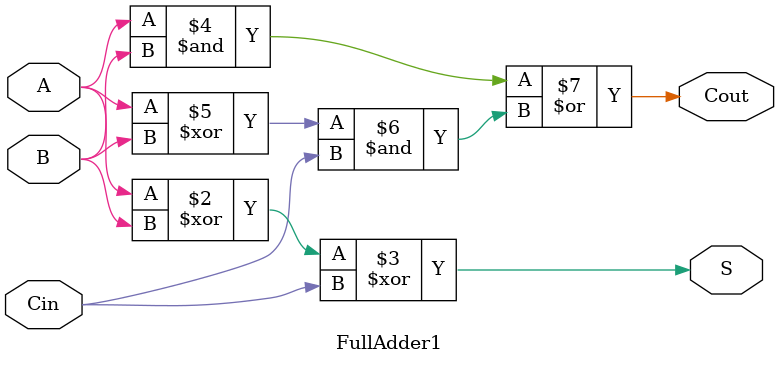
<source format=v>
module FullAdder1 (
    input A,
    input B,
    input Cin,//input carry 
    output S,// sum 
    output Cout//out carry
	
	
    );
			//elements can be used as output within an actual module declaration, But elements cannot be connected to the output port of a module instantiation
			reg S, Cout;	
			
					
					//describe events that should happen under
					
										 always @(*)
						begin
							S = A ^ B ^ Cin;
							Cout = A&B | (A^B) & Cin; // or => Cout = A&B | A&Cin | B&Cin;
						end

   

endmodule
</source>
